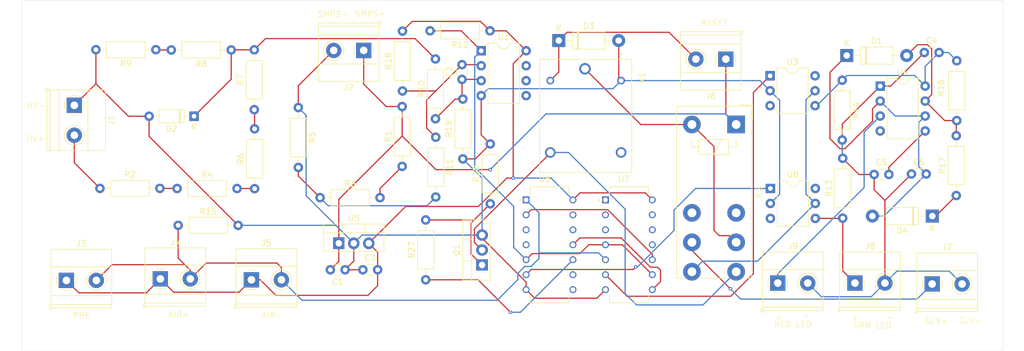
<source format=kicad_pcb>
(kicad_pcb (version 20221018) (generator pcbnew)
  (layers (0 "F.Cu" signal) (31 "B.Cu" signal) (34 "B.Paste" user) (35 "F.Paste" user) (36 "B.SilkS" user "B.Silkscreen") (37 "F.SilkS" user "F.Silkscreen") (38 "B.Mask" user) (39 "F.Mask" user) (44 "Edge.Cuts" user))
  (net 0 "")
  (net 1 "+5V")
  (net 2 "AIR State")
  (net 3 "/GRN+")
  (net 4 "GLV-")
  (net 5 "GND")
  (net 6 "/+HV")
  (net 7 "+12V")
  (net 8 "/RED+")
  (net 9 "reset")
  (net 10 "GLV+")
  (net 11 "Net-(Q1-D)")
  (net 12 "Net-(K1-PadCOM)")
  (net 14 "AUX Open")
  (net 17 "TS Status")
  (net 18 "TS' Status")
  (net 21 "TSAL Error'")
  (net 22 "TSAL Error")
  (net 28 "RED ON")
  (net 32 "/Vin")
  (net 33 "Net-(U1A--)")
  (net 34 "/Vref")
  (net 35 "Net-(U1A-+)")
  (net 36 "Net-(R8-Pad2)")
  (net 37 "Net-(R1-Pad1)")
  (net 38 "Net-(R6-Pad2)")
  (net 39 "Net-(R4-Pad2)")
  (net 40 "Net-(R2-Pad2)")
  (net 41 "Net-(U4-VCC)")
  (net 42 "Net-(D1-A)")
  (net 43 "Net-(D4-K)")
  (net 44 "Net-(Q1-G)")
  (net 47 "GLV supply")
  (net 48 "Net-(D1-K)")
  (net 50 "Net-(U4-CV)")
  (footprint "Resistor_THT:R_Axial_DIN0207_L6.3mm_D2.5mm_P10.16mm_Horizontal" (layer "F.Cu") (at 86.8426 61.3918)
    (fp_text reference "R4")
    (fp_text value "47k")
  )
  (footprint "Resistor_THT:R_Axial_DIN0207_L6.3mm_D2.5mm_P10.16mm_Horizontal" (layer "F.Cu") (at 96.012 37.8714 180)
    (fp_text reference "R8")
    (fp_text value "1k")
  )
  (footprint "Resistor_THT:R_Axial_DIN0207_L6.3mm_D2.5mm_P10.16mm_Horizontal" (layer "F.Cu") (at 124.9934 57.6326 90)
    (fp_text reference "R1")
    (fp_text value "10k")
  )
  (footprint "TerminalBlock_Phoenix:TerminalBlock_Phoenix_MKDS-1,5-2-5.08_1x02_P5.08mm_Horizontal" (layer "F.Cu") (at 179.8624 39.4206 180)
    (fp_text reference "J6")
    (fp_text value "Screw_Terminal_01x02")
  )
  (footprint "Package_TO_SOT_THT:TO-220-3_Vertical" (layer "F.Cu") (at 114.2492 70.6882)
    (fp_text reference "U5")
    (fp_text value "L7805")
  )
  (footprint "SN74HC00N:DIP794W45P254L1969H508Q14" (layer "F.Cu") (at 163.4236 70.9422)
    (fp_text reference "U7")
    (fp_text value "SN74LS08N")
  )
  (footprint "Resistor_THT:R_Axial_DIN0207_L6.3mm_D2.5mm_P10.16mm_Horizontal" (layer "F.Cu") (at 218.9988 49.8602 90)
    (fp_text reference "R16")
    (fp_text value "180k")
  )
  (footprint "SN74HC00N:DIP794W45P254L1969H508Q14" (layer "F.Cu") (at 149.9709 70.9422)
    (fp_text reference "U6")
    (fp_text value "SN74LS04N")
  )
  (footprint "Resistor_THT:R_Axial_DIN0207_L6.3mm_D2.5mm_P10.16mm_Horizontal" (layer "F.Cu") (at 111.0742 62.9412)
    (fp_text reference "R3")
    (fp_text value "1k")
  )
  (footprint "Resistor_THT:R_Axial_DIN0207_L6.3mm_D2.5mm_P10.16mm_Horizontal" (layer "F.Cu") (at 73.7616 61.3664)
    (fp_text reference "R2")
    (fp_text value "47k")
  )
  (footprint "Resistor_THT:R_Axial_DIN0207_L6.3mm_D2.5mm_P10.16mm_Horizontal" (layer "F.Cu") (at 130.6322 49.5554 90)
    (fp_text reference "R10")
    (fp_text value "100")
  )
  (footprint "Capacitor_THT:C_Disc_D3.0mm_W1.6mm_P2.50mm" (layer "F.Cu") (at 135.138 42.8652 90)
    (fp_text reference "C2")
    (fp_text value "10n")
  )
  (footprint "Package_TO_SOT_THT:TO-220-3_Vertical" (layer "F.Cu") (at 138.5368 74.3712 90)
    (fp_text reference "Q1")
    (fp_text value "IRF540N")
  )
  (footprint "Resistor_THT:R_Axial_DIN0207_L6.3mm_D2.5mm_P10.16mm_Horizontal" (layer "F.Cu") (at 139.9286 63.9826 90)
    (fp_text reference "R28")
    (fp_text value "10k")
  )
  (footprint "MountingHole:MountingHole_3.5mm" (layer "F.Cu") (at 64.8716 34.8234)
    (fp_text reference "REF**" hide)
    (fp_text value "MountingHole_3.5mm")
  )
  (footprint "Resistor_THT:R_Axial_DIN0207_L6.3mm_D2.5mm_P10.16mm_Horizontal" (layer "F.Cu") (at 107.3912 47.6504 -90)
    (fp_text reference "R5")
    (fp_text value "1K")
  )
  (footprint "MountingHole:MountingHole_3.5mm" (layer "F.Cu") (at 222.3516 34.798)
    (fp_text reference "REF**" hide)
    (fp_text value "MountingHole_3.5mm")
  )
  (footprint "Diode_THT:D_DO-41_SOD81_P10.16mm_Horizontal" (layer "F.Cu") (at 151.5364 36.2712)
    (fp_text reference "D3")
    (fp_text value "1N4002")
  )
  (footprint "Resistor_THT:R_Axial_DIN0207_L6.3mm_D2.5mm_P10.16mm_Horizontal" (layer "F.Cu") (at 199.5932 43.0022 -90)
    (fp_text reference "R14")
    (fp_text value "10k")
  )
  (footprint "TerminalBlock_Phoenix:TerminalBlock_Phoenix_MKDS-1,5-2-5.08_1x02_P5.08mm_Horizontal" (layer "F.Cu") (at 69.418 47.2644 -90)
    (fp_text reference "J1")
    (fp_text value "Screw_Terminal_01x02")
  )
  (footprint "Capacitor_THT:C_Disc_D3.0mm_W1.6mm_P2.50mm" (layer "F.Cu") (at 213.507 38.3032)
    (fp_text reference "C4")
    (fp_text value "100n")
  )
  (footprint "TerminalBlock_Phoenix:TerminalBlock_Phoenix_MKDS-1,5-2-5.08_1x02_P5.08mm_Horizontal" (layer "F.Cu") (at 83.9978 76.7334)
    (fp_text reference "J4")
    (fp_text value "Screw_Terminal_01x02")
  )
  (footprint "Capacitor_THT:C_Disc_D3.0mm_W1.6mm_P2.50mm" (layer "F.Cu") (at 115.316 75.184 180)
    (fp_text reference "C1")
    (fp_text value "0.33u")
  )
  (footprint "TerminalBlock_Phoenix:TerminalBlock_Phoenix_MKDS-1,5-2-5.08_1x02_P5.08mm_Horizontal" (layer "F.Cu") (at 214.8282 77.5972)
    (fp_text reference "J7")
    (fp_text value "Screw_Terminal_01x02")
  )
  (footprint "Resistor_THT:R_Axial_DIN0207_L6.3mm_D2.5mm_P10.16mm_Horizontal" (layer "F.Cu") (at 135.2804 56.3626 90)
    (fp_text reference "R19")
    (fp_text value "1k")
  )
  (footprint "Resistor_THT:R_Axial_DIN0207_L6.3mm_D2.5mm_P10.16mm_Horizontal" (layer "F.Cu") (at 125.0442 44.831 90)
    (fp_text reference "R18")
    (fp_text value "1k")
  )
  (footprint "Relay_THT:Relay_DPDT_Finder_40.52" (layer "F.Cu") (at 181.6091 50.5225 -90)
    (fp_text reference "K2")
    (fp_text value "FINDER-40.52")
  )
  (footprint "Resistor_THT:R_Axial_DIN0207_L6.3mm_D2.5mm_P10.16mm_Horizontal" (layer "F.Cu") (at 139.8778 34.6202 180)
    (fp_text reference "R12")
    (fp_text value "1k")
  )
  (footprint "Diode_THT:D_DO-35_SOD27_P7.62mm_Horizontal" (layer "F.Cu") (at 89.7128 49.1236 180)
    (fp_text reference "D2")
    (fp_text value "12V")
  )
  (footprint "TerminalBlock_Phoenix:TerminalBlock_Phoenix_MKDS-1,5-2-5.08_1x02_P5.08mm_Horizontal" (layer "F.Cu") (at 99.441 76.8858)
    (fp_text reference "J5")
    (fp_text value "Screw_Terminal_01x02")
  )
  (footprint "Diode_THT:D_DO-41_SOD81_P10.16mm_Horizontal" (layer "F.Cu") (at 214.8586 66.0654 180)
    (fp_text reference "D4")
    (fp_text value "1N4002")
  )
  (footprint "SRD-12VDC-SL-C:RELAY_SRD-12VDC-SL-C" (layer "F.Cu") (at 156.1028 49.1704 -90)
    (fp_text reference "K1")
    (fp_text value "SRD-12VDC-SL-C")
  )
  (footprint "Capacitor_THT:C_Disc_D3.0mm_W1.6mm_P2.50mm" (layer "F.Cu") (at 211.3226 58.928)
    (fp_text reference "C6")
    (fp_text value "1u")
  )
  (footprint "TerminalBlock_Phoenix:TerminalBlock_Phoenix_MKDS-1,5-2-5.08_1x02_P5.08mm_Horizontal" (layer "F.Cu") (at 201.7472 77.4448)
    (fp_text reference "J8")
    (fp_text value "Screw_Terminal_01x02")
  )
  (footprint "MountingHole:MountingHole_3.5mm" (layer "F.Cu") (at 134.5184 83.058)
    (fp_text reference "REF**" hide)
    (fp_text value "MountingHole_3.5mm")
  )
  (footprint "Capacitor_THT:C_Disc_D3.0mm_W1.6mm_P2.50mm" (layer "F.Cu") (at 204.998 59.0042)
    (fp_text reference "C5")
    (fp_text value "100n")
  )
  (footprint "Resistor_THT:R_Axial_DIN0207_L6.3mm_D2.5mm_P10.16mm_Horizontal" (layer "F.Cu") (at 218.9226 62.5856 90)
    (fp_text reference "R17")
    (fp_text value "180k")
  )
  (footprint "Package_DIP:DIP-6_W7.62mm" (layer "F.Cu") (at 187.4112 61.3814)
    (fp_text reference "U8")
    (fp_text value "4N35")
  )
  (footprint "Resistor_THT:R_Axial_DIN0207_L6.3mm_D2.5mm_P10.16mm_Horizontal" (layer "F.Cu") (at 99.9236 48.006 90)
    (fp_text reference "R7")
    (fp_text value "249k")
  )
  (footprint "Package_DIP:DIP-8_W7.62mm" (layer "F.Cu") (at 206.0294 44.0028)
    (fp_text reference "U4")
    (fp_text value "NE555P")
  )
  (footprint "Resistor_THT:R_Axial_DIN0207_L6.3mm_D2.5mm_P10.16mm_Horizontal" (layer "F.Cu") (at 83.2358 37.8206 180)
    (fp_text reference "R9")
    (fp_text value "1k")
  )
  (footprint "Package_DIP:DIP-8_W7.62mm" (layer "F.Cu") (at 138.3892 38.0084)
    (fp_text reference "U1")
    (fp_text value "LM393")
  )
  (footprint "Resistor_THT:R_Axial_DIN0207_L6.3mm_D2.5mm_P10.16mm_Horizontal" (layer "F.Cu") (at 99.9744 61.4172 90)
    (fp_text reference "R6")
    (fp_text value "47k")
  )
  (footprint "TerminalBlock_Phoenix:TerminalBlock_Phoenix_MKDS-1,5-2-5.08_1x02_P5.08mm_Horizontal" (layer "F.Cu") (at 68.072 76.9874)
    (fp_text reference "J3")
    (fp_text value "Screw_Terminal_01x02")
  )
  (footprint "Resistor_THT:R_Axial_DIN0207_L6.3mm_D2.5mm_P10.16mm_Horizontal" (layer "F.Cu") (at 128.9812 76.8858 90)
    (fp_text reference "R27")
    (fp_text value "100")
  )
  (footprint "Resistor_THT:R_Axial_DIN0207_L6.3mm_D2.5mm_P10.16mm_Horizontal" (layer "F.Cu") (at 87.0204 67.6402)
    (fp_text reference "R15")
    (fp_text value "10k")
  )
  (footprint "Package_DIP:DIP-6_W7.62mm" (layer "F.Cu") (at 187.3604 42.2552)
    (fp_text reference "U3")
    (fp_text value "4N35")
  )
  (footprint "TerminalBlock_Phoenix:TerminalBlock_Phoenix_MKDS-1,5-2-5.08_1x02_P5.08mm_Horizontal" (layer "F.Cu") (at 118.4706 37.9474 180)
    (fp_text reference "J2")
    (fp_text value "Screw_Terminal_01x02")
  )
  (footprint "TerminalBlock_Phoenix:TerminalBlock_Phoenix_MKDS-1,5-2-5.08_1x02_P5.08mm_Horizontal" (layer "F.Cu") (at 188.6662 77.4448)
    (fp_text reference "J9")
    (fp_text value "Screw_Terminal_01x02")
  )
  (footprint "Diode_THT:D_DO-41_SOD81_P10.16mm_Horizontal" (layer "F.Cu") (at 200.3552 38.8112)
    (fp_text reference "D1")
    (fp_text value "1N4002")
  )
  (footprint "Capacitor_THT:C_Disc_D3.0mm_W1.6mm_P2.50mm" (layer "F.Cu") (at 118.3332 75.184)
    (fp_text reference "C3")
    (fp_text value "0.1u")
  )
  (footprint "Resistor_THT:R_Axial_DIN0207_L6.3mm_D2.5mm_P10.16mm_Horizontal" (layer "F.Cu") (at 199.6694 66.421 90)
    (fp_text reference "R13")
    (fp_text value "10k")
  )
  (footprint "Resistor_THT:R_Axial_DIN0207_L6.3mm_D2.5mm_P10.16mm_Horizontal" (layer "F.Cu") (at 130.683 52.6796 -90)
    (fp_text reference "R11")
    (fp_text value "100")
  )
  (gr_rect (start 60.4774 29.4132) (end 226.8728 88.9762) (stroke (width 0.05)) (fill none) (layer "Edge.Cuts"))
  (gr_text "+\n" (at 201.0664 83.947) (layer "F.SilkS") (effects (font (size 1 1) (thickness 0.1)) (justify left bottom)))
  (gr_text "GLV+" (at 213.5378 84.4804) (layer "F.SilkS") (effects (font (size 1 1) (thickness 0.1)) (justify left bottom)))
  (gr_text "SMPS+" (at 116.8908 32.3088) (layer "F.SilkS") (effects (font (size 1 1) (thickness 0.1)) (justify left bottom)))
  (gr_text "+\n" (at 188.087 83.8454) (layer "F.SilkS") (effects (font (size 1 1) (thickness 0.1)) (justify left bottom)))
  (gr_text "GLV-" (at 219.2782 84.4296) (layer "F.SilkS") (effects (font (size 1 1) (thickness 0.1)) (justify left bottom)))
  (gr_text "AIR+" (at 85.2932 83.3882) (layer "F.SilkS") (effects (font (size 1 1) (thickness 0.1)) (justify left bottom)))
  (gr_text "PRE" (at 69.088 83.5406) (layer "F.SilkS") (effects (font (size 1 1) (thickness 0.1)) (justify left bottom)))
  (gr_text "AIR-" (at 101.092 83.4898) (layer "F.SilkS") (effects (font (size 1 1) (thickness 0.1)) (justify left bottom)))
  (gr_text "RED LED" (at 187.9854 85.0646) (layer "F.SilkS") (effects (font (size 1 1) (thickness 0.1)) (justify left bottom)))
  (gr_text "GRN LED" (at 201.3458 85.217) (layer "F.SilkS") (effects (font (size 1 1) (thickness 0.1)) (justify left bottom)))
  (gr_text "SMPS-" (at 110.5662 32.385) (layer "F.SilkS") (effects (font (size 1 1) (thickness 0.1)) (justify left bottom)))
  (gr_text "-" (at 207.01 83.82) (layer "F.SilkS") (effects (font (size 1 1) (thickness 0.1)) (justify left bottom)))
  (gr_text "RESET" (at 175.5394 33.8582) (layer "F.SilkS") (effects (font (size 1 1) (thickness 0.1)) (justify left bottom)))
  (gr_text "-" (at 192.9892 83.6676) (layer "F.SilkS") (effects (font (size 1 1) (thickness 0.1)) (justify left bottom)))
  (gr_text "HV+" (at 61.214 53.467) (layer "F.SilkS") (effects (font (size 1 1) (thickness 0.1)) (justify left bottom)))
  (gr_text "HV-" (at 61.2648 47.8536) (layer "F.SilkS") (effects (font (size 1 1) (thickness 0.1)) (justify left bottom)))
  (segment (start 143.8148 59.6138) (end 143.8148 40.2028) (width 0.2) (layer "F.Cu") (net 1))
  (segment (start 70.1802 79.0956) (end 81.6356 79.0956) (width 0.2) (layer "F.Cu") (net 1))
  (segment (start 126.6952 33.02) (end 138.2776 33.02) (width 0.2) (layer "F.Cu") (net 1))
  (segment (start 120.8332 75.184) (end 120.8332 77.8764) (width 0.2) (layer "F.Cu") (net 1))
  (segment (start 155.1347 62.1284) (end 166.1998 62.1284) (width 0.2) (layer "F.Cu") (net 1))
  (segment (start 142.621 34.6202) (end 146.0092 38.0084) (width 0.2) (layer "F.Cu") (net 1))
  (segment (start 120.8332 72.1922) (end 119.3292 70.6882) (width 0.2) (layer "F.Cu") (net 1))
  (segment (start 86.2584 78.994) (end 97.3328 78.994) (width 0.2) (layer "F.Cu") (net 1))
  (segment (start 68.072 76.9874) (end 70.1802 79.0956) (width 0.2) (layer "F.Cu") (net 1))
  (segment (start 100.941 76.8858) (end 103.5826 79.5274) (width 0.2) (layer "F.Cu") (net 1))
  (segment (start 138.2776 33.02) (end 139.8778 34.6202) (width 0.2) (layer "F.Cu") (net 1))
  (segment (start 139.8778 34.6202) (end 142.621 34.6202) (width 0.2) (layer "F.Cu") (net 1))
  (segment (start 120.8332 75.184) (end 120.8332 72.1922) (width 0.2) (layer "F.Cu") (net 1))
  (segment (start 99.441 76.8858) (end 100.941 76.8858) (width 0.2) (layer "F.Cu") (net 1))
  (segment (start 142.741765 59.6138) (end 143.8148 59.6138) (width 0.2) (layer "F.Cu") (net 1))
  (segment (start 125.579165 64.438235) (end 137.91733 64.438235) (width 0.2) (layer "F.Cu") (net 1))
  (segment (start 166.1998 62.1284) (end 167.3936 63.3222) (width 0.2) (layer "F.Cu") (net 1))
  (segment (start 125.0442 34.671) (end 126.6952 33.02) (width 0.2) (layer "F.Cu") (net 1))
  (segment (start 97.3328 78.994) (end 99.441 76.8858) (width 0.2) (layer "F.Cu") (net 1))
  (segment (start 143.8148 40.2028) (end 146.0092 38.0084) (width 0.2) (layer "F.Cu") (net 1))
  (segment (start 120.8332 77.8764) (end 119.1822 79.5274) (width 0.2) (layer "F.Cu") (net 1))
  (segment (start 137.91733 64.438235) (end 142.741765 59.6138) (width 0.2) (layer "F.Cu") (net 1))
  (segment (start 103.5826 79.5274) (end 119.1822 79.5274) (width 0.2) (layer "F.Cu") (net 1))
  (segment (start 83.9978 76.7334) (end 86.2584 78.994) (width 0.2) (layer "F.Cu") (net 1))
  (segment (start 119.3292 70.6882) (end 125.579165 64.438235) (width 0.2) (layer "F.Cu") (net 1))
  (segment (start 81.6356 79.0956) (end 83.9978 76.7334) (width 0.2) (layer "F.Cu") (net 1))
  (segment (start 153.9409 63.3222) (end 155.1347 62.1284) (width 0.2) (layer "F.Cu") (net 1))
  (via (at 143.8148 59.6138) (size 0.6) (drill 0.3) (layers "F.Cu" "B.Cu") (net 1))
  (segment (start 143.8148 59.6138) (end 150.2325 59.6138) (width 0.2) (layer "B.Cu") (net 1))
  (segment (start 150.2325 59.6138) (end 153.9409 63.3222) (width 0.2) (layer "B.Cu") (net 1))
  (segment (start 73.152 76.9874) (end 75.819 74.3204) (width 0.2) (layer "F.Cu") (net 2))
  (segment (start 75.819 74.3204) (end 88.138 74.3204) (width 0.2) (layer "F.Cu") (net 2))
  (segment (start 89.0778 75.2602) (end 88.138 74.3204) (width 0.2) (layer "F.Cu") (net 2))
  (segment (start 104.521 74.803) (end 103.759 74.041) (width 0.2) (layer "F.Cu") (net 2))
  (segment (start 103.759 74.041) (end 91.7702 74.041) (width 0.2) (layer "F.Cu") (net 2))
  (segment (start 91.7702 74.041) (end 89.0778 76.7334) (width 0.2) (layer "F.Cu") (net 2))
  (segment (start 87.0204 67.6402) (end 87.0204 73.2028) (width 0.2) (layer "F.Cu") (net 2))
  (segment (start 104.521 76.8858) (end 104.521 74.803) (width 0.2) (layer "F.Cu") (net 2))
  (segment (start 87.0204 73.2028) (end 88.138 74.3204) (width 0.2) (layer "F.Cu") (net 2))
  (segment (start 89.0778 76.7334) (end 89.0778 75.2602) (width 0.2) (layer "F.Cu") (net 2))
  (segment (start 144.6022 75.7936) (end 145.7706 74.6252) (width 0.2) (layer "B.Cu") (net 2))
  (segment (start 145.7706 74.6252) (end 146.8374 74.6252) (width 0.2) (layer "B.Cu") (net 2))
  (segment (start 141.097 80.3656) (end 144.6022 76.8604) (width 0.2) (layer "B.Cu") (net 2))
  (segment (start 146.8374 74.6252) (end 148.1836 73.279) (width 0.2) (layer "B.Cu") (net 2))
  (segment (start 148.1836 65.5049) (end 146.0009 63.3222) (width 0.2) (layer "B.Cu") (net 2))
  (segment (start 104.521 76.8858) (end 108.0008 80.3656) (width 0.2) (layer "B.Cu") (net 2))
  (segment (start 158.2852 72.3138) (end 148.1836 72.3138) (width 0.2) (layer "B.Cu") (net 2))
  (segment (start 148.1836 73.279) (end 148.1836 72.3138) (width 0.2) (layer "B.Cu") (net 2))
  (segment (start 108.0008 80.3656) (end 141.097 80.3656) (width 0.2) (layer "B.Cu") (net 2))
  (segment (start 144.6022 76.8604) (end 144.6022 75.7936) (width 0.2) (layer "B.Cu") (net 2))
  (segment (start 159.4536 73.4822) (end 158.2852 72.3138) (width 0.2) (layer "B.Cu") (net 2))
  (segment (start 148.1836 72.3138) (end 148.1836 65.5049) (width 0.2) (layer "B.Cu") (net 2))
  (segment (start 195.0312 66.4614) (end 199.629 66.4614) (width 0.2) (layer "F.Cu") (net 3))
  (segment (start 199.629 66.4614) (end 199.6694 66.421) (width 0.2) (layer "F.Cu") (net 3))
  (segment (start 199.6694 75.367) (end 201.7472 77.4448) (width 0.2) (layer "F.Cu") (net 3))
  (segment (start 199.6694 66.421) (end 199.6694 75.367) (width 0.2) (layer "F.Cu") (net 3))
  (segment (start 206.8272 77.4448) (end 206.8272 63.4234) (width 0.2) (layer "F.Cu") (net 4))
  (segment (start 199.5932 53.1622) (end 199.5932 50.439) (width 0.2) (layer "F.Cu") (net 4))
  (segment (start 204.998 59.0042) (end 202.4126 59.0042) (width 0.2) (layer "F.Cu") (net 4))
  (segment (start 202.4126 59.0042) (end 199.6694 56.261) (width 0.2) (layer "F.Cu") (net 4))
  (segment (start 204.998 59.0042) (end 204.998 61.5942) (width 0.2) (layer "F.Cu") (net 4))
  (segment (start 204.998 61.5942) (end 206.8272 63.4234) (width 0.2) (layer "F.Cu") (net 4))
  (segment (start 207.8074 44.0028) (end 206.0294 44.0028) (width 0.2) (layer "F.Cu") (net 4))
  (segment (start 213.507 38.3032) (end 207.8074 44.0028) (width 0.2) (layer "F.Cu") (net 4))
  (segment (start 206.8272 63.4234) (end 211.3226 58.928) (width 0.2) (layer "F.Cu") (net 4))
  (segment (start 199.5932 50.439) (end 206.0294 44.0028) (width 0.2) (layer "F.Cu") (net 4))
  (segment (start 206.8272 77.4448) (end 204.516 79.756) (width 0.2) (layer "B.Cu") (net 4))
  (segment (start 208.8594 75.4126) (end 206.8272 77.4448) (width 0.2) (layer "B.Cu") (net 4))
  (segment (start 219.9082 77.5972) (end 217.7236 75.4126) (width 0.2) (layer "B.Cu") (net 4))
  (segment (start 217.7236 75.4126) (end 208.8594 75.4126) (width 0.2) (layer "B.Cu") (net 4))
  (segment (start 204.516 79.756) (end 196.0574 79.756) (width 0.2) (layer "B.Cu") (net 4))
  (segment (start 199.5932 53.1622) (end 199.5932 56.1848) (width 0.2) (layer "B.Cu") (net 4))
  (segment (start 196.0574 79.756) (end 193.7462 77.4448) (width 0.2) (layer "B.Cu") (net 4))
  (segment (start 199.5932 56.1848) (end 199.6694 56.261) (width 0.2) (layer "B.Cu") (net 4))
  (segment (start 78.5928 49.1236) (end 73.0758 43.6066) (width 0.2) (layer "F.Cu") (net 5))
  (segment (start 82.0928 49.1236) (end 82.0928 52.5526) (width 0.2) (layer "F.Cu") (net 5))
  (segment (start 161.6964 36.2712) (end 161.6964 42.664) (width 0.2) (layer "F.Cu") (net 5))
  (segment (start 138.5368 69.80968) (end 146.0009 77.27378) (width 0.2) (layer "F.Cu") (net 5))
  (segment (start 138.5368 69.2912) (end 138.5368 69.80968) (width 0.2) (layer "F.Cu") (net 5))
  (segment (start 107.3912 43.9468) (end 113.3906 37.9474) (width 0.2) (layer "F.Cu") (net 5))
  (segment (start 73.0758 43.6066) (end 69.418 47.2644) (width 0.2) (layer "F.Cu") (net 5))
  (segment (start 137.3886 56.3626) (end 139.9286 53.8226) (width 0.2) (layer "F.Cu") (net 5))
  (segment (start 146.0009 78.5622) (end 147.4487 80.01) (width 0.2) (layer "F.Cu") (net 5))
  (segment (start 135.2804 56.3626) (end 137.3886 56.3626) (width 0.2) (layer "F.Cu") (net 5))
  (segment (start 138.3892 45.6284) (end 138.3892 52.2832) (width 0.2) (layer "F.Cu") (net 5))
  (segment (start 73.0758 37.8206) (end 73.0758 43.6066) (width 0.2) (layer "F.Cu") (net 5))
  (segment (start 115.316 75.184) (end 118.3332 75.184) (width 0.2) (layer "F.Cu") (net 5))
  (segment (start 161.6964 42.664) (end 162.1028 43.0704) (width 0.2) (layer "F.Cu") (net 5))
  (segment (start 82.0928 49.1236) (end 78.5928 49.1236) (width 0.2) (layer "F.Cu") (net 5))
  (segment (start 138.3892 52.2832) (end 139.9286 53.8226) (width 0.2) (layer "F.Cu") (net 5))
  (segment (start 82.0928 52.5526) (end 97.1804 67.6402) (width 0.2) (layer "F.Cu") (net 5))
  (segment (start 147.4487 80.01) (end 158.0058 80.01) (width 0.2) (layer "F.Cu") (net 5))
  (segment (start 116.7892 70.6882) (end 116.7892 73.7108) (width 0.2) (layer "F.Cu") (net 5))
  (segment (start 107.3912 47.6504) (end 107.3912 43.9468) (width 0.2) (layer "F.Cu") (net 5))
  (segment (start 158.0058 80.01) (end 159.4536 78.5622) (width 0.2) (layer "F.Cu") (net 5))
  (segment (start 146.0009 77.27378) (end 146.0009 78.5622) (width 0.2) (layer "F.Cu") (net 5))
  (segment (start 116.7892 73.7108) (end 115.316 75.184) (width 0.2) (layer "F.Cu") (net 5))
  (segment (start 138.5368 69.2912) (end 138.5368 59.619) (width 0.2) (layer "B.Cu") (net 5))
  (segment (start 188.976 46.4108) (end 188.976 62.3566) (width 0.2) (layer "B.Cu") (net 5))
  (segment (start 138.3892 45.6284) (end 139.5676 44.45) (width 0.2) (layer "B.Cu") (net 5))
  (segment (start 113.7412 67.6402) (end 97.1804 67.6402) (width 0.2) (layer "B.Cu") (net 5))
  (segment (start 188.976 62.3566) (end 187.4112 63.9214) (width 0.2) (layer "B.Cu") (net 5))
  (segment (start 107.3912 47.6504) (end 108.712 48.9712) (width 0.2) (layer "B.Cu") (net 5))
  (segment (start 108.712 62.611) (end 113.7412 67.6402) (width 0.2) (layer "B.Cu") (net 5))
  (segment (start 160.7232 44.45) (end 162.1028 43.0704) (width 0.2) (layer "B.Cu") (net 5))
  (segment (start 108.712 48.9712) (end 108.712 62.611) (width 0.2) (layer "B.Cu") (net 5))
  (segment (start 185.6356 43.0704) (end 187.3604 44.7952) (width 0.2) (layer "B.Cu") (net 5))
  (segment (start 118.1862 69.2912) (end 138.5368 69.2912) (width 0.2) (layer "B.Cu") (net 5))
  (segment (start 162.1028 43.0704) (end 185.6356 43.0704) (width 0.2) (layer "B.Cu") (net 5))
  (segment (start 187.3604 44.7952) (end 188.976 46.4108) (width 0.2) (layer "B.Cu") (net 5))
  (segment (start 138.5368 59.619) (end 135.2804 56.3626) (width 0.2) (layer "B.Cu") (net 5))
  (segment (start 116.7892 70.6882) (end 118.1862 69.2912) (width 0.2) (layer "B.Cu") (net 5))
  (segment (start 139.5676 44.45) (end 160.7232 44.45) (width 0.2) (layer "B.Cu") (net 5))
  (segment (start 116.7892 70.6882) (end 113.7412 67.6402) (width 0.2) (layer "B.Cu") (net 5))
  (segment (start 69.418 57.0228) (end 73.7616 61.3664) (width 0.2) (layer "F.Cu") (net 6))
  (segment (start 69.418 52.3444) (end 69.418 57.0228) (width 0.2) (layer "F.Cu") (net 6))
  (segment (start 114.2492 70.6882) (end 114.2492 73.7508) (width 0.2) (layer "F.Cu") (net 7))
  (segment (start 124.9934 47.4726) (end 122.2756 47.4726) (width 0.2) (layer "F.Cu") (net 7))
  (segment (start 114.2492 63.2206) (end 114.2492 70.6882) (width 0.2) (layer "F.Cu") (net 7))
  (segment (start 124.9934 52.4764) (end 114.2492 63.2206) (width 0.2) (layer "F.Cu") (net 7))
  (segment (start 118.4706 43.6676) (end 118.4706 37.9474) (width 0.2) (layer "F.Cu") (net 7))
  (segment (start 139.9032 58.1914) (end 130.7084 58.1914) (width 0.2) (layer "F.Cu") (net 7))
  (segment (start 179.8624 48.7758) (end 181.6091 50.5225) (width 0.2) (layer "F.Cu") (net 7))
  (segment (start 179.8624 39.4206) (end 179.8624 48.7758) (width 0.2) (layer "F.Cu") (net 7))
  (segment (start 124.9934 47.4726) (end 124.9934 52.4764) (width 0.2) (layer "F.Cu") (net 7))
  (segment (start 114.2492 73.7508) (end 112.816 75.184) (width 0.2) (layer "F.Cu") (net 7))
  (segment (start 130.7084 58.1914) (end 124.9934 52.4764) (width 0.2) (layer "F.Cu") (net 7))
  (segment (start 122.2756 47.4726) (end 118.4706 43.6676) (width 0.2) (layer "F.Cu") (net 7))
  (via (at 139.9032 58.1914) (size 0.6) (drill 0.3) (layers "F.Cu" "B.Cu") (net 7))
  (segment (start 149.3721 48.7225) (end 139.9032 58.1914) (width 0.2) (layer "B.Cu") (net 7))
  (segment (start 181.6091 50.5225) (end 179.8091 48.7225) (width 0.2) (layer "B.Cu") (net 7))
  (segment (start 179.8091 48.7225) (end 149.3721 48.7225) (width 0.2) (layer "B.Cu") (net 7))
  (segment (start 188.6662 75.8494) (end 188.6662 77.4448) (width 0.2) (layer "B.Cu") (net 8))
  (segment (start 203.2986 61.217) (end 188.6662 75.8494) (width 0.2) (layer "B.Cu") (net 8))
  (segment (start 203.2986 51.8136) (end 203.2986 61.217) (width 0.2) (layer "B.Cu") (net 8))
  (segment (start 206.0294 49.0828) (end 203.2986 51.8136) (width 0.2) (layer "B.Cu") (net 8))
  (segment (start 151.5364 36.2712) (end 151.5364 41.6368) (width 0.2) (layer "F.Cu") (net 9))
  (segment (start 170.233 34.8712) (end 174.7824 39.4206) (width 0.2) (layer "F.Cu") (net 9))
  (segment (start 152.9364 34.8712) (end 170.233 34.8712) (width 0.2) (layer "F.Cu") (net 9))
  (segment (start 151.5364 36.2712) (end 152.9364 34.8712) (width 0.2) (layer "F.Cu") (net 9))
  (segment (start 151.5364 41.6368) (end 150.1028 43.0704) (width 0.2) (layer "F.Cu") (net 9))
  (segment (start 174.1091 71.8995) (end 174.1091 70.5225) (width 0.2) (layer "F.Cu") (net 10))
  (segment (start 180.6448 78.4352) (end 174.1091 71.8995) (width 0.2) (layer "F.Cu") (net 10))
  (via (at 180.6448 78.4352) (size 0.6) (drill 0.3) (layers "F.Cu" "B.Cu") (net 10))
  (segment (start 182.3656 80.156) (end 180.6448 78.4352) (width 0.2) (layer "B.Cu") (net 10))
  (segment (start 212.2694 80.156) (end 182.3656 80.156) (width 0.2) (layer "B.Cu") (net 10))
  (segment (start 214.8282 77.5972) (end 212.2694 80.156) (width 0.2) (layer "B.Cu") (net 10))
  (segment (start 137.2368 68.2492) (end 150.1028 55.3832) (width 0.2) (layer "F.Cu") (net 11))
  (segment (start 150.1028 55.3832) (end 150.1028 55.2704) (width 0.2) (layer "F.Cu") (net 11))
  (segment (start 138.5368 71.8312) (end 137.2368 70.5312) (width 0.2) (layer "F.Cu") (net 11))
  (segment (start 137.2368 70.5312) (end 137.2368 68.2492) (width 0.2) (layer "F.Cu") (net 11))
  (segment (start 163.0132 79.4472) (end 164.719 81.153) (width 0.2) (layer "B.Cu") (net 11))
  (segment (start 162.7886 64.8872) (end 162.7886 79.248) (width 0.2) (layer "B.Cu") (net 11))
  (segment (start 162.9878 79.4472) (end 163.0132 79.4472) (width 0.2) (layer "B.Cu") (net 11))
  (segment (start 150.1028 55.2704) (end 153.1718 55.2704) (width 0.2) (layer "B.Cu") (net 11))
  (segment (start 175.9786 81.153) (end 181.6091 75.5225) (width 0.2) (layer "B.Cu") (net 11))
  (segment (start 164.719 81.153) (end 175.9786 81.153) (width 0.2) (layer "B.Cu") (net 11))
  (segment (start 153.1718 55.2704) (end 162.7886 64.8872) (width 0.2) (layer "B.Cu") (net 11))
  (segment (start 162.7886 79.248) (end 162.9878 79.4472) (width 0.2) (layer "B.Cu") (net 11))
  (segment (start 180.4794 69.3928) (end 181.6091 70.5225) (width 0.2) (layer "F.Cu") (net 12))
  (segment (start 177.8508 54.2642) (end 177.8508 68.5038) (width 0.2) (layer "F.Cu") (net 12))
  (segment (start 177.8508 68.5038) (end 178.7398 69.3928) (width 0.2) (layer "F.Cu") (net 12))
  (segment (start 165.4349 50.5225) (end 174.1091 50.5225) (width 0.2) (layer "F.Cu") (net 12))
  (segment (start 178.7398 69.3928) (end 180.4794 69.3928) (width 0.2) (layer "F.Cu") (net 12))
  (segment (start 155.9828 41.0704) (end 165.4349 50.5225) (width 0.2) (layer "F.Cu") (net 12))
  (segment (start 174.1091 50.5225) (end 177.8508 54.2642) (width 0.2) (layer "F.Cu") (net 12))
  (segment (start 167.3936 72.55062) (end 167.3936 73.4822) (width 0.2) (layer "F.Cu") (net 14))
  (segment (start 159.82018 64.9772) (end 167.3936 72.55062) (width 0.2) (layer "F.Cu") (net 14))
  (segment (start 146.8859 64.9772) (end 159.82018 64.9772) (width 0.2) (layer "F.Cu") (net 14))
  (segment (start 146.0009 65.8622) (end 146.8859 64.9772) (width 0.2) (layer "F.Cu") (net 14))
  (segment (start 146.0009 73.4822) (end 147.0423 72.4408) (width 0.2) (layer "F.Cu") (net 17))
  (segment (start 156.6164 70.9422) (end 159.4536 70.9422) (width 0.2) (layer "F.Cu") (net 17))
  (segment (start 162.3136 70.9422) (end 167.3936 76.0222) (width 0.2) (layer "F.Cu") (net 17))
  (segment (start 159.4536 70.9422) (end 162.3136 70.9422) (width 0.2) (layer "F.Cu") (net 17))
  (segment (start 135.001 34.6202) (end 138.3892 38.0084) (width 0.2) (layer "F.Cu") (net 17))
  (segment (start 147.0423 72.4408) (end 155.1178 72.4408) (width 0.2) (layer "F.Cu") (net 17))
  (segment (start 129.7178 34.6202) (end 135.001 34.6202) (width 0.2) (layer "F.Cu") (net 17))
  (segment (start 155.1178 72.4408) (end 156.6164 70.9422) (width 0.2) (layer "F.Cu") (net 17))
  (segment (start 138.3892 38.0084) (end 137.2892 39.1084) (width 0.2) (layer "B.Cu") (net 17))
  (segment (start 143.891 64.407514) (end 143.891 71.3723) (width 0.2) (layer "B.Cu") (net 17))
  (segment (start 143.891 71.3723) (end 146.0009 73.4822) (width 0.2) (layer "B.Cu") (net 17))
  (segment (start 137.2892 39.1084) (end 137.2892 57.805714) (width 0.2) (layer "B.Cu") (net 17))
  (segment (start 137.2892 57.805714) (end 143.891 64.407514) (width 0.2) (layer "B.Cu") (net 17))
  (segment (start 146.0009 76.0222) (end 146.8859 75.1372) (width 0.2) (layer "F.Cu") (net 18))
  (segment (start 164.1562 75.1372) (end 164.592 74.7014) (width 0.2) (layer "F.Cu") (net 18))
  (segment (start 146.8859 75.1372) (end 164.1562 75.1372) (width 0.2) (layer "F.Cu") (net 18))
  (via (at 164.592 74.7014) (size 0.6) (drill 0.3) (layers "F.Cu" "B.Cu") (net 18))
  (segment (start 164.88598 74.7014) (end 171.069 68.51838) (width 0.2) (layer "B.Cu") (net 18))
  (segment (start 174.737 61.3814) (end 187.4112 61.3814) (width 0.2) (layer "B.Cu") (net 18))
  (segment (start 171.069 65.0494) (end 174.737 61.3814) (width 0.2) (layer "B.Cu") (net 18))
  (segment (start 164.592 74.7014) (end 164.88598 74.7014) (width 0.2) (layer "B.Cu") (net 18))
  (segment (start 171.069 68.51838) (end 171.069 65.0494) (width 0.2) (layer "B.Cu") (net 18))
  (segment (start 137.8458 76.8858) (end 143.3576 82.3976) (width 0.2) (layer "F.Cu") (net 21))
  (segment (start 128.9812 76.8858) (end 137.8458 76.8858) (width 0.2) (layer "F.Cu") (net 21))
  (via (at 143.3576 82.3976) (size 0.6) (drill 0.3) (layers "F.Cu" "B.Cu") (net 21))
  (segment (start 143.3576 82.3976) (end 145.0255 82.3976) (width 0.2) (layer "B.Cu") (net 21))
  (segment (start 145.0255 82.3976) (end 153.9409 73.4822) (width 0.2) (layer "B.Cu") (net 21))
  (segment (start 168.275 74.7522) (end 167.0812 74.7522) (width 0.2) (layer "F.Cu") (net 22))
  (segment (start 167.0812 74.7522) (end 162.1028 69.7738) (width 0.2) (layer "F.Cu") (net 22))
  (segment (start 155.1093 69.7738) (end 153.9409 70.9422) (width 0.2) (layer "F.Cu") (net 22))
  (segment (start 167.3936 78.5622) (end 168.783 77.1728) (width 0.2) (layer "F.Cu") (net 22))
  (segment (start 162.1028 69.7738) (end 155.1093 69.7738) (width 0.2) (layer "F.Cu") (net 22))
  (segment (start 168.783 77.1728) (end 168.783 75.2602) (width 0.2) (layer "F.Cu") (net 22))
  (segment (start 168.783 75.2602) (end 168.275 74.7522) (width 0.2) (layer "F.Cu") (net 22))
  (segment (start 184.531 45.0846) (end 187.3604 42.2552) (width 0.2) (layer "F.Cu") (net 28))
  (segment (start 184.531 75.8444) (end 184.531 45.0846) (width 0.2) (layer "F.Cu") (net 28))
  (segment (start 159.4536 76.0222) (end 163.1112 79.6798) (width 0.2) (layer "F.Cu") (net 28))
  (segment (start 163.1112 79.6798) (end 180.6956 79.6798) (width 0.2) (layer "F.Cu") (net 28))
  (segment (start 180.6956 79.6798) (end 184.531 75.8444) (width 0.2) (layer "F.Cu") (net 28))
  (segment (start 101.8286 35.941) (end 127.1778 35.941) (width 0.2) (layer "F.Cu") (net 32))
  (segment (start 127.1778 35.941) (end 129.3876 38.1508) (width 0.2) (layer "F.Cu") (net 32))
  (segment (start 96.012 42.8244) (end 89.7128 49.1236) (width 0.2) (layer "F.Cu") (net 32))
  (segment (start 129.0828 37.846) (end 130.6322 39.3954) (width 0.2) (layer "F.Cu") (net 32))
  (segment (start 99.9236 37.846) (end 101.8286 35.941) (width 0.2) (layer "F.Cu") (net 32))
  (segment (start 96.012 37.8714) (end 96.012 42.8244) (width 0.2) (layer "F.Cu") (net 32))
  (segment (start 96.0374 37.846) (end 96.012 37.8714) (width 0.2) (layer "F.Cu") (net 32))
  (segment (start 99.9236 37.846) (end 96.0374 37.846) (width 0.2) (layer "F.Cu") (net 32))
  (segment (start 130.6722 44.831) (end 135.138 40.3652) (width 0.2) (layer "F.Cu") (net 33))
  (segment (start 129.1336 46.3696) (end 130.6722 44.831) (width 0.2) (layer "F.Cu") (net 33))
  (segment (start 125.0442 44.831) (end 130.6722 44.831) (width 0.2) (layer "F.Cu") (net 33))
  (segment (start 138.206 40.3652) (end 138.3892 40.5484) (width 0.2) (layer "F.Cu") (net 33))
  (segment (start 130.683 52.6796) (end 129.1336 51.1302) (width 0.2) (layer "F.Cu") (net 33))
  (segment (start 129.1336 51.1302) (end 129.1336 46.3696) (width 0.2) (layer "F.Cu") (net 33))
  (segment (start 135.138 40.3652) (end 138.206 40.3652) (width 0.2) (layer "F.Cu") (net 33))
  (segment (start 107.3912 59.2582) (end 111.0742 62.9412) (width 0.2) (layer "F.Cu") (net 34))
  (segment (start 107.3912 57.8104) (end 107.3912 59.2582) (width 0.2) (layer "F.Cu") (net 34))
  (segment (start 112.4458 64.3128) (end 129.2098 64.3128) (width 0.2) (layer "B.Cu") (net 34))
  (segment (start 129.2098 64.3128) (end 130.683 62.8396) (width 0.2) (layer "B.Cu") (net 34))
  (segment (start 111.0742 62.9412) (end 112.4458 64.3128) (width 0.2) (layer "B.Cu") (net 34))
  (segment (start 138.166 42.8652) (end 138.3892 43.0884) (width 0.2) (layer "F.Cu") (net 35))
  (segment (start 133.985 46.2026) (end 130.6322 49.5554) (width 0.2) (layer "F.Cu") (net 35))
  (segment (start 135.138 42.8652) (end 135.138 46.0602) (width 0.2) (layer "F.Cu") (net 35))
  (segment (start 135.2804 46.2026) (end 133.985 46.2026) (width 0.2) (layer "F.Cu") (net 35))
  (segment (start 135.138 42.8652) (end 138.166 42.8652) (width 0.2) (layer "F.Cu") (net 35))
  (segment (start 135.138 46.0602) (end 135.2804 46.2026) (width 0.2) (layer "F.Cu") (net 35))
  (segment (start 85.852 37.8714) (end 83.2866 37.8714) (width 0.2) (layer "F.Cu") (net 36))
  (segment (start 83.2866 37.8714) (end 83.2358 37.8206) (width 0.2) (layer "F.Cu") (net 36))
  (segment (start 121.2342 62.9412) (end 121.2342 61.3918) (width 0.2) (layer "F.Cu") (net 37))
  (segment (start 121.2342 61.3918) (end 124.9934 57.6326) (width 0.2) (layer "F.Cu") (net 37))
  (segment (start 99.9744 48.0568) (end 99.9236 48.006) (width 0.2) (layer "F.Cu") (net 38))
  (segment (start 99.9744 51.2572) (end 99.9744 48.0568) (width 0.2) (layer "F.Cu") (net 38))
  (segment (start 97.0026 61.3918) (end 99.949 61.3918) (width 0.2) (layer "F.Cu") (net 39))
  (segment (start 99.949 61.3918) (end 99.9744 61.4172) (width 0.2) (layer "F.Cu") (net 39))
  (segment (start 86.8172 61.3664) (end 86.8426 61.3918) (width 0.2) (layer "F.Cu") (net 40))
  (segment (start 83.9216 61.3664) (end 86.8172 61.3664) (width 0.2) (layer "F.Cu") (net 40))
  (segment (start 199.5932 43.0022) (end 200.393199 42.202201) (width 0.2) (layer "B.Cu") (net 41))
  (segment (start 211.848801 42.202201) (end 213.6494 44.0028) (width 0.2) (layer "B.Cu") (net 41))
  (segment (start 217.6018 38.3032) (end 218.9988 39.7002) (width 0.2) (layer "B.Cu") (net 41))
  (segment (start 213.6494 44.0028) (end 213.6494 40.6608) (width 0.2) (layer "B.Cu") (net 41))
  (segment (start 195.2602 47.3352) (end 194.9804 47.3352) (width 0.2) (layer "B.Cu") (net 41))
  (segment (start 213.6494 40.6608) (end 216.007 38.3032) (width 0.2) (layer "B.Cu") (net 41))
  (segment (start 200.393199 42.202201) (end 211.848801 42.202201) (width 0.2) (layer "B.Cu") (net 41))
  (segment (start 199.5932 43.0022) (end 195.2602 47.3352) (width 0.2) (layer "B.Cu") (net 41))
  (segment (start 216.007 38.3032) (end 217.6018 38.3032) (width 0.2) (layer "B.Cu") (net 41))
  (segment (start 218.9226 49.9364) (end 218.9988 49.8602) (width 0.2) (layer "F.Cu") (net 42))
  (segment (start 216.9668 49.8602) (end 213.6494 46.5428) (width 0.2) (layer "F.Cu") (net 42))
  (segment (start 212.344 36.9824) (end 210.5152 38.8112) (width 0.2) (layer "F.Cu") (net 42))
  (segment (start 214.0458 36.9824) (end 212.344 36.9824) (width 0.2) (layer "F.Cu") (net 42))
  (segment (start 218.9226 52.4256) (end 218.9226 49.9364) (width 0.2) (layer "F.Cu") (net 42))
  (segment (start 213.6494 46.5428) (end 214.7494 45.4428) (width 0.2) (layer "F.Cu") (net 42))
  (segment (start 218.9988 49.8602) (end 216.9668 49.8602) (width 0.2) (layer "F.Cu") (net 42))
  (segment (start 214.7494 45.4428) (end 214.7494 37.686) (width 0.2) (layer "F.Cu") (net 42))
  (segment (start 214.7494 37.686) (end 214.0458 36.9824) (width 0.2) (layer "F.Cu") (net 42))
  (segment (start 214.8586 66.0654) (end 215.4428 66.0654) (width 0.2) (layer "F.Cu") (net 43))
  (segment (start 215.4428 66.0654) (end 218.9226 62.5856) (width 0.2) (layer "F.Cu") (net 43))
  (segment (start 128.9812 66.7258) (end 137.1854 66.7258) (width 0.2) (layer "F.Cu") (net 44))
  (segment (start 136.6774 72.5118) (end 136.6774 67.2338) (width 0.2) (layer "F.Cu") (net 44))
  (segment (start 137.1854 66.7258) (end 139.9286 63.9826) (width 0.2) (layer "F.Cu") (net 44))
  (segment (start 138.5368 74.3712) (end 136.6774 72.5118) (width 0.2) (layer "F.Cu") (net 44))
  (segment (start 136.6774 67.2338) (end 137.1854 66.7258) (width 0.2) (layer "F.Cu") (net 44))
  (segment (start 185.2301 73.7225) (end 195.0312 63.9214) (width 0.2) (layer "B.Cu") (net 47))
  (segment (start 193.4464 62.3366) (end 193.4464 46.3292) (width 0.2) (layer "B.Cu") (net 47))
  (segment (start 195.0312 63.9214) (end 193.4464 62.3366) (width 0.2) (layer "B.Cu") (net 47))
  (segment (start 174.1091 75.5225) (end 175.9091 73.7225) (width 0.2) (layer "B.Cu") (net 47))
  (segment (start 175.9091 73.7225) (end 185.2301 73.7225) (width 0.2) (layer "B.Cu") (net 47))
  (segment (start 193.4464 46.3292) (end 194.9804 44.7952) (width 0.2) (layer "B.Cu") (net 47))
  (segment (start 199.2122 54.6354) (end 197.5104 52.9336) (width 0.2) (layer "F.Cu") (net 48))
  (segment (start 204.724 49.9618) (end 200.0504 54.6354) (width 0.2) (layer "F.Cu") (net 48))
  (segment (start 200.0504 54.6354) (end 199.2122 54.6354) (width 0.2) (layer "F.Cu") (net 48))
  (segment (start 197.5104 52.9336) (end 197.5104 41.656) (width 0.2) (layer "F.Cu") (net 48))
  (segment (start 197.5104 41.656) (end 200.3552 38.8112) (width 0.2) (layer "F.Cu") (net 48))
  (segment (start 204.724 47.8482) (end 204.724 49.9618) (width 0.2) (layer "F.Cu") (net 48))
  (segment (start 206.0294 46.5428) (end 204.724 47.8482) (width 0.2) (layer "F.Cu") (net 48))
  (segment (start 208.5694 49.0828) (end 206.0294 46.5428) (width 0.2) (layer "B.Cu") (net 48))
  (segment (start 213.8226 58.928) (end 212.5494 57.6548) (width 0.2) (layer "B.Cu") (net 48))
  (segment (start 213.6494 49.0828) (end 208.5694 49.0828) (width 0.2) (layer "B.Cu") (net 48))
  (segment (start 206.6852 66.0654) (end 213.8226 58.928) (width 0.2) (layer "B.Cu") (net 48))
  (segment (start 212.5494 57.6548) (end 212.5494 50.1828) (width 0.2) (layer "B.Cu") (net 48))
  (segment (start 212.5494 50.1828) (end 213.6494 49.0828) (width 0.2) (layer "B.Cu") (net 48))
  (segment (start 204.6986 66.0654) (end 206.6852 66.0654) (width 0.2) (layer "B.Cu") (net 48))
  (segment (start 207.498 57.7742) (end 213.6494 51.6228) (width 0.2) (layer "F.Cu") (net 50))
  (segment (start 207.498 59.0042) (end 207.498 57.7742) (width 0.2) (layer "F.Cu") (net 50))
)
</source>
